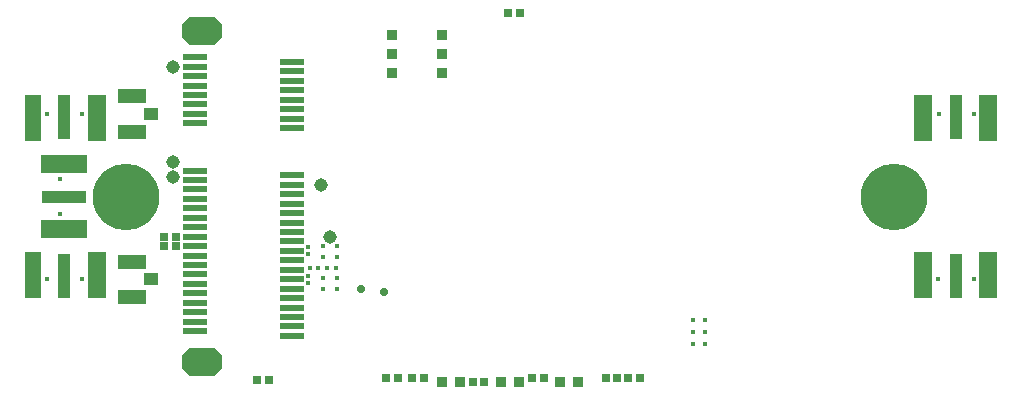
<source format=gts>
G04*
G04 #@! TF.GenerationSoftware,Altium Limited,Altium Designer,18.1.6 (161)*
G04*
G04 Layer_Color=8388736*
%FSLAX24Y24*%
%MOIN*%
G70*
G01*
G75*
%ADD30R,0.0827X0.0236*%
%ADD31R,0.0252X0.0252*%
%ADD32R,0.0921X0.0488*%
%ADD33R,0.0469X0.0449*%
%ADD34C,0.0449*%
%ADD35R,0.0370X0.0370*%
%ADD36R,0.0370X0.0331*%
%ADD37R,0.1551X0.0646*%
%ADD38R,0.1512X0.0449*%
%ADD39R,0.0449X0.1512*%
%ADD40R,0.0646X0.1551*%
%ADD41R,0.0567X0.1551*%
G04:AMPARAMS|DCode=42|XSize=96.1mil|YSize=131.5mil|CornerRadius=0mil|HoleSize=0mil|Usage=FLASHONLY|Rotation=270.000|XOffset=0mil|YOffset=0mil|HoleType=Round|Shape=Octagon|*
%AMOCTAGOND42*
4,1,8,0.0657,0.0240,0.0657,-0.0240,0.0417,-0.0480,-0.0417,-0.0480,-0.0657,-0.0240,-0.0657,0.0240,-0.0417,0.0480,0.0417,0.0480,0.0657,0.0240,0.0*
%
%ADD42OCTAGOND42*%

%ADD43C,0.0291*%
%ADD44C,0.2220*%
%ADD45C,0.0157*%
%ADD46C,0.0157*%
G54D30*
X70433Y25669D02*
D03*
Y25984D02*
D03*
Y28504D02*
D03*
Y29449D02*
D03*
Y29764D02*
D03*
Y30079D02*
D03*
Y30394D02*
D03*
Y30709D02*
D03*
X73661Y30551D02*
D03*
Y30236D02*
D03*
Y29921D02*
D03*
Y29606D02*
D03*
Y29291D02*
D03*
Y28976D02*
D03*
Y28661D02*
D03*
Y28346D02*
D03*
Y26772D02*
D03*
Y26457D02*
D03*
Y26142D02*
D03*
Y25827D02*
D03*
Y25512D02*
D03*
Y25197D02*
D03*
Y24882D02*
D03*
Y24567D02*
D03*
Y24252D02*
D03*
Y23937D02*
D03*
Y23622D02*
D03*
Y23307D02*
D03*
Y22992D02*
D03*
Y22677D02*
D03*
Y22362D02*
D03*
Y22047D02*
D03*
Y21732D02*
D03*
Y21417D02*
D03*
X70433Y21575D02*
D03*
Y21890D02*
D03*
Y22205D02*
D03*
Y22520D02*
D03*
Y22835D02*
D03*
Y23150D02*
D03*
Y23465D02*
D03*
Y23780D02*
D03*
Y24094D02*
D03*
Y24409D02*
D03*
Y24724D02*
D03*
Y25039D02*
D03*
Y25354D02*
D03*
Y26299D02*
D03*
Y26614D02*
D03*
Y26929D02*
D03*
Y29134D02*
D03*
Y28819D02*
D03*
G54D31*
X69400Y24724D02*
D03*
X69793D02*
D03*
X69400Y24409D02*
D03*
X69793D02*
D03*
X84114Y20000D02*
D03*
X84508D02*
D03*
X79675Y19872D02*
D03*
X80069D02*
D03*
X76782Y20010D02*
D03*
X77175D02*
D03*
X78051D02*
D03*
X77657D02*
D03*
X81654Y20000D02*
D03*
X82047D02*
D03*
X84872Y20000D02*
D03*
X85266D02*
D03*
X81260Y32175D02*
D03*
X80866D02*
D03*
X72508Y19962D02*
D03*
X72902D02*
D03*
G54D32*
X68337Y28228D02*
D03*
Y29409D02*
D03*
Y22717D02*
D03*
Y23898D02*
D03*
G54D33*
X68967Y28819D02*
D03*
Y23307D02*
D03*
G54D34*
X69685Y27231D02*
D03*
X69695Y30394D02*
D03*
X74616Y26457D02*
D03*
X69685Y26722D02*
D03*
X74911Y24715D02*
D03*
G54D35*
X78661Y19882D02*
D03*
X79252D02*
D03*
X82598D02*
D03*
X83189D02*
D03*
X81220D02*
D03*
X80630D02*
D03*
G54D36*
X77008Y31457D02*
D03*
Y30197D02*
D03*
Y30827D02*
D03*
X78661Y30197D02*
D03*
Y30827D02*
D03*
Y31457D02*
D03*
G54D37*
X66063Y24980D02*
D03*
Y27146D02*
D03*
G54D38*
X66043Y26063D02*
D03*
G54D39*
X66063Y28701D02*
D03*
Y23425D02*
D03*
X95787Y28701D02*
D03*
Y23425D02*
D03*
G54D40*
X67146Y28681D02*
D03*
Y23445D02*
D03*
X96870Y28681D02*
D03*
X94705D02*
D03*
X96870Y23445D02*
D03*
X94705D02*
D03*
G54D41*
X65020Y28681D02*
D03*
Y23445D02*
D03*
G54D42*
X70669Y20551D02*
D03*
Y31575D02*
D03*
G54D43*
X75970Y22982D02*
D03*
X76722Y22894D02*
D03*
G54D44*
X93720Y26063D02*
D03*
X68130D02*
D03*
G54D45*
X74203Y24370D02*
D03*
X74675Y24400D02*
D03*
X74675Y22982D02*
D03*
X74203Y24134D02*
D03*
X74242Y23691D02*
D03*
X74537D02*
D03*
X74823D02*
D03*
X75148Y24400D02*
D03*
X74675Y24045D02*
D03*
X75148D02*
D03*
X74675Y23337D02*
D03*
X75138Y23691D02*
D03*
X75148Y23346D02*
D03*
X75148Y22982D02*
D03*
X74203Y23189D02*
D03*
Y23425D02*
D03*
G54D46*
X65482Y23307D02*
D03*
X66663D02*
D03*
X65915Y25472D02*
D03*
Y26654D02*
D03*
X65482Y28819D02*
D03*
X66663D02*
D03*
X95217D02*
D03*
X96398D02*
D03*
X96388Y23307D02*
D03*
X95207D02*
D03*
X87411Y21939D02*
D03*
Y21545D02*
D03*
Y21152D02*
D03*
X87018D02*
D03*
Y21939D02*
D03*
Y21545D02*
D03*
M02*

</source>
